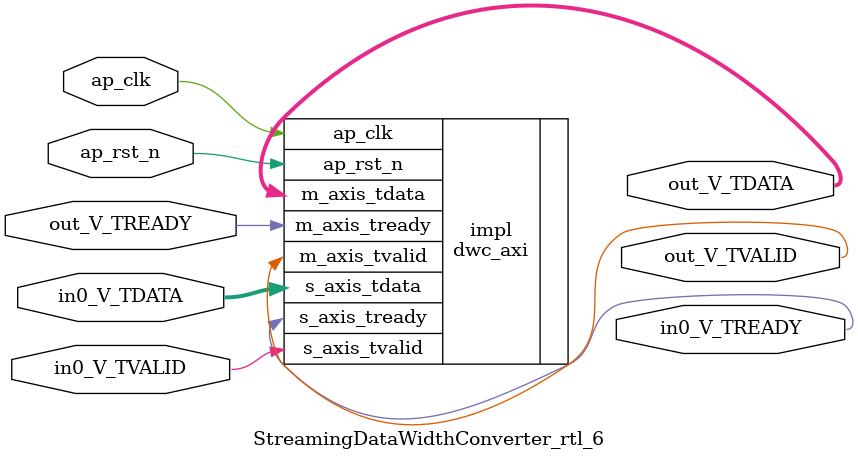
<source format=v>
/******************************************************************************
 * Copyright (C) 2023, Advanced Micro Devices, Inc.
 * All rights reserved.
 *
 * Redistribution and use in source and binary forms, with or without
 * modification, are permitted provided that the following conditions are met:
 *
 *  1. Redistributions of source code must retain the above copyright notice,
 *     this list of conditions and the following disclaimer.
 *
 *  2. Redistributions in binary form must reproduce the above copyright
 *     notice, this list of conditions and the following disclaimer in the
 *     documentation and/or other materials provided with the distribution.
 *
 *  3. Neither the name of the copyright holder nor the names of its
 *     contributors may be used to endorse or promote products derived from
 *     this software without specific prior written permission.
 *
 * THIS SOFTWARE IS PROVIDED BY THE COPYRIGHT HOLDERS AND CONTRIBUTORS "AS IS"
 * AND ANY EXPRESS OR IMPLIED WARRANTIES, INCLUDING, BUT NOT LIMITED TO,
 * THE IMPLIED WARRANTIES OF MERCHANTABILITY AND FITNESS FOR A PARTICULAR
 * PURPOSE ARE DISCLAIMED. IN NO EVENT SHALL THE COPYRIGHT HOLDER OR
 * CONTRIBUTORS BE LIABLE FOR ANY DIRECT, INDIRECT, INCIDENTAL, SPECIAL,
 * EXEMPLARY, OR CONSEQUENTIAL DAMAGES (INCLUDING, BUT NOT LIMITED TO,
 * PROCUREMENT OF SUBSTITUTE GOODS OR SERVICES; LOSS OF USE, DATA, OR PROFITS;
 * OR BUSINESS INTERRUPTION). HOWEVER CAUSED AND ON ANY THEORY OF LIABILITY,
 * WHETHER IN CONTRACT, STRICT LIABILITY, OR TORT (INCLUDING NEGLIGENCE OR
 * OTHERWISE) ARISING IN ANY WAY OUT OF THE USE OF THIS SOFTWARE, EVEN IF
 * ADVISED OF THE POSSIBILITY OF SUCH DAMAGE.
 *****************************************************************************/

module StreamingDataWidthConverter_rtl_6 #(
	parameter  IBITS = 3,
	parameter  OBITS = 27,

	parameter  AXI_IBITS = (IBITS+7)/8 * 8,
	parameter  AXI_OBITS = (OBITS+7)/8 * 8
)(
	//- Global Control ------------------
	(* X_INTERFACE_INFO = "xilinx.com:signal:clock:1.0 ap_clk CLK" *)
	(* X_INTERFACE_PARAMETER = "ASSOCIATED_BUSIF in0_V:out_V, ASSOCIATED_RESET ap_rst_n" *)
	input	ap_clk,
	(* X_INTERFACE_PARAMETER = "POLARITY ACTIVE_LOW" *)
	input	ap_rst_n,

	//- AXI Stream - Input --------------
	output	in0_V_TREADY,
	input	in0_V_TVALID,
	input	[AXI_IBITS-1:0]  in0_V_TDATA,

	//- AXI Stream - Output -------------
	input	out_V_TREADY,
	output	out_V_TVALID,
	output	[AXI_OBITS-1:0]  out_V_TDATA
);

	dwc_axi #(
		.IBITS(IBITS),
		.OBITS(OBITS)
	) impl (
		.ap_clk(ap_clk),
		.ap_rst_n(ap_rst_n),
		.s_axis_tready(in0_V_TREADY),
		.s_axis_tvalid(in0_V_TVALID),
		.s_axis_tdata(in0_V_TDATA),
		.m_axis_tready(out_V_TREADY),
		.m_axis_tvalid(out_V_TVALID),
		.m_axis_tdata(out_V_TDATA)
	);

endmodule

</source>
